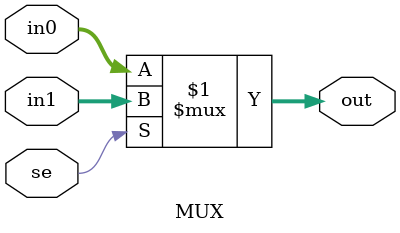
<source format=v>
module MUX(in0, in1, se, out);
  input [31:0] in0, in1;
  input se;
  output [31:0] out;
  assign out = (se) ? in1: in0;
endmodule
</source>
